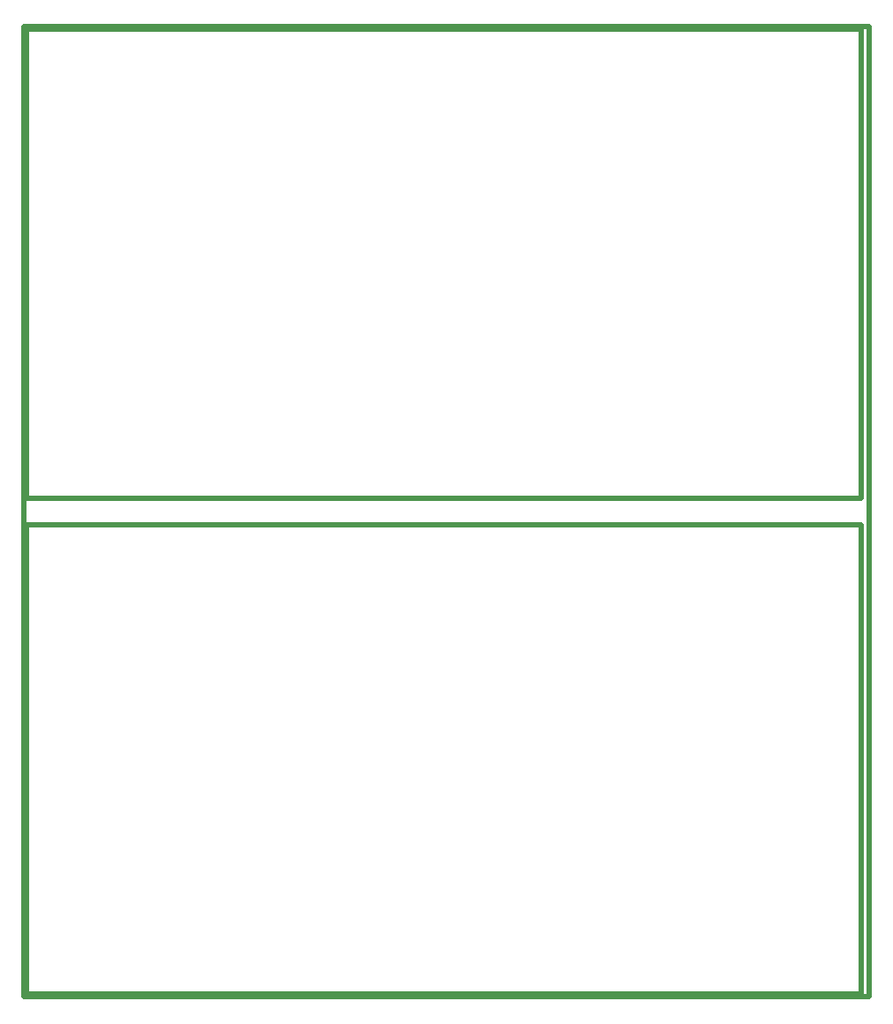
<source format=gko>
G04*
G04 #@! TF.GenerationSoftware,Altium Limited,Altium Designer,21.9.2 (33)*
G04*
G04 Layer_Color=16711935*
%FSTAX24Y24*%
%MOIN*%
G70*
G04*
G04 #@! TF.SameCoordinates,6253CE77-86D3-43C4-916D-D03A74546D46*
G04*
G04*
G04 #@! TF.FilePolarity,Positive*
G04*
G01*
G75*
%ADD74C,0.0200*%
D74*
X05459Y047764D02*
X05459Y01115D01*
X0227Y047764D02*
X05459D01*
X0227Y01115D02*
X05459D01*
X0227D02*
Y047764D01*
X0228Y01125D02*
Y028967D01*
X054296D01*
X054296Y01125D01*
X0228D02*
X054296D01*
X0228Y029954D02*
Y047671D01*
X054296D01*
X054296Y029954D01*
X0228D02*
X054296D01*
M02*

</source>
